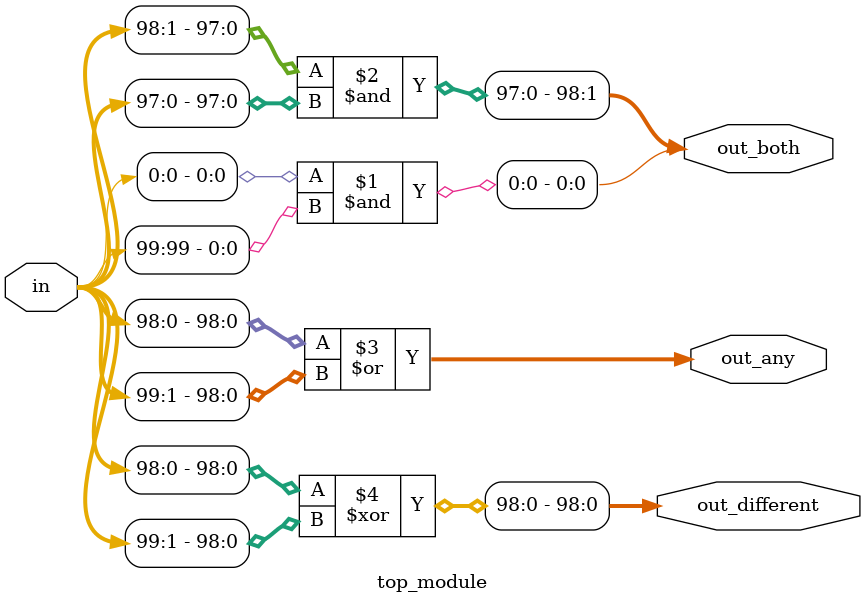
<source format=sv>
module top_module (
  input [99:0] in,
  output [98:0] out_both,
  output [99:1] out_any,
  output [99:0] out_different
);

  // out_both
  assign out_both[0] = in[0] & in[99];
  assign out_both[1:98] = in[1:98] & in[0:97];

  // out_any
  assign out_any[1:99] = in[0:98] | in[1:99];

  // out_different
  assign out_different[0:98] = in[0:98] ^ in[99:1];

endmodule

</source>
